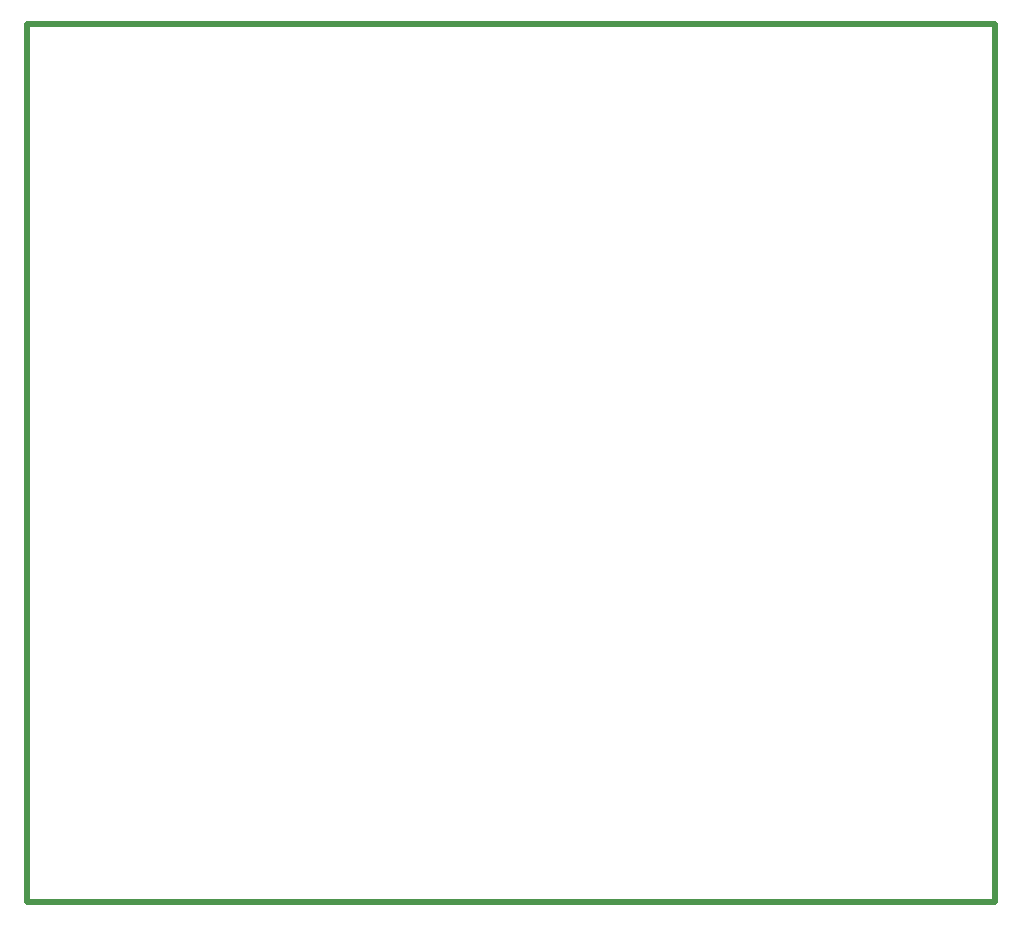
<source format=gko>
G04*
G04 #@! TF.GenerationSoftware,Altium Limited,Altium Designer,18.0.11 (651)*
G04*
G04 Layer_Color=16711935*
%FSLAX25Y25*%
%MOIN*%
G70*
G01*
G75*
%ADD67C,0.02000*%
D67*
X217500Y452500D02*
X540000D01*
X217500Y160000D02*
Y452500D01*
X540000Y160000D02*
Y452500D01*
X217500Y160000D02*
X540000D01*
M02*

</source>
